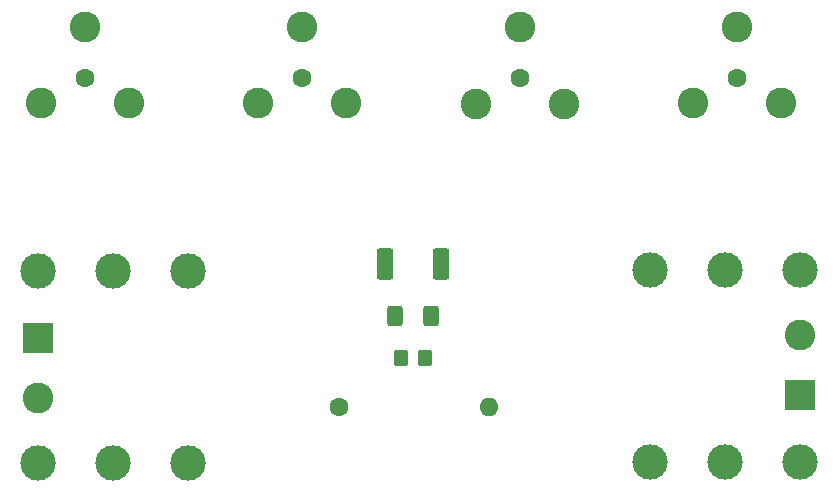
<source format=gts>
%TF.GenerationSoftware,KiCad,Pcbnew,7.0.1*%
%TF.CreationDate,2023-08-03T02:37:16+01:00*%
%TF.ProjectId,QA403 Impedance Fixture,51413430-3320-4496-9d70-6564616e6365,rev?*%
%TF.SameCoordinates,Original*%
%TF.FileFunction,Soldermask,Top*%
%TF.FilePolarity,Negative*%
%FSLAX46Y46*%
G04 Gerber Fmt 4.6, Leading zero omitted, Abs format (unit mm)*
G04 Created by KiCad (PCBNEW 7.0.1) date 2023-08-03 02:37:16*
%MOMM*%
%LPD*%
G01*
G04 APERTURE LIST*
G04 Aperture macros list*
%AMRoundRect*
0 Rectangle with rounded corners*
0 $1 Rounding radius*
0 $2 $3 $4 $5 $6 $7 $8 $9 X,Y pos of 4 corners*
0 Add a 4 corners polygon primitive as box body*
4,1,4,$2,$3,$4,$5,$6,$7,$8,$9,$2,$3,0*
0 Add four circle primitives for the rounded corners*
1,1,$1+$1,$2,$3*
1,1,$1+$1,$4,$5*
1,1,$1+$1,$6,$7*
1,1,$1+$1,$8,$9*
0 Add four rect primitives between the rounded corners*
20,1,$1+$1,$2,$3,$4,$5,0*
20,1,$1+$1,$4,$5,$6,$7,0*
20,1,$1+$1,$6,$7,$8,$9,0*
20,1,$1+$1,$8,$9,$2,$3,0*%
G04 Aperture macros list end*
%ADD10C,3.000000*%
%ADD11R,2.600000X2.600000*%
%ADD12C,2.600000*%
%ADD13C,1.605000*%
%ADD14C,2.595000*%
%ADD15RoundRect,0.250000X-0.350000X-0.450000X0.350000X-0.450000X0.350000X0.450000X-0.350000X0.450000X0*%
%ADD16RoundRect,0.249999X-0.450001X-1.075001X0.450001X-1.075001X0.450001X1.075001X-0.450001X1.075001X0*%
%ADD17C,1.600000*%
%ADD18O,1.600000X1.600000*%
%ADD19RoundRect,0.250000X-0.400000X-0.625000X0.400000X-0.625000X0.400000X0.625000X-0.400000X0.625000X0*%
G04 APERTURE END LIST*
D10*
%TO.C,J2*%
X138684000Y-50438000D03*
X138684000Y-66668000D03*
X145034000Y-50438000D03*
D11*
X145000000Y-61000000D03*
D10*
X145034000Y-66668000D03*
X132334000Y-50438000D03*
D12*
X145000000Y-55920000D03*
D10*
X132334000Y-66668000D03*
%TD*%
%TO.C,J1*%
X86835000Y-66730000D03*
X86835000Y-50500000D03*
X80485000Y-66730000D03*
D11*
X80519000Y-56168000D03*
D10*
X80485000Y-50500000D03*
X93185000Y-66730000D03*
D12*
X80519000Y-61248000D03*
D10*
X93185000Y-50500000D03*
%TD*%
D13*
%TO.C,J6*%
X139700000Y-34165000D03*
D14*
X139700000Y-29845000D03*
X143430000Y-36325000D03*
X135970000Y-36325000D03*
%TD*%
D13*
%TO.C,J3*%
X121300396Y-34210000D03*
D14*
X121300396Y-29890000D03*
X125030396Y-36370000D03*
X117570396Y-36370000D03*
%TD*%
D13*
%TO.C,J5*%
X102900793Y-34165000D03*
D14*
X102900793Y-29845000D03*
X106630793Y-36325000D03*
X99170793Y-36325000D03*
%TD*%
D15*
%TO.C,R3*%
X111252000Y-57912000D03*
X113252000Y-57912000D03*
%TD*%
D16*
%TO.C,R1*%
X109852000Y-49896000D03*
X114652000Y-49896000D03*
%TD*%
D17*
%TO.C,R4*%
X106000000Y-62000000D03*
D18*
X118700000Y-62000000D03*
%TD*%
D13*
%TO.C,J4*%
X84455000Y-34165000D03*
D14*
X84455000Y-29845000D03*
X88185000Y-36325000D03*
X80725000Y-36325000D03*
%TD*%
D19*
%TO.C,R2*%
X110702000Y-54356000D03*
X113802000Y-54356000D03*
%TD*%
M02*

</source>
